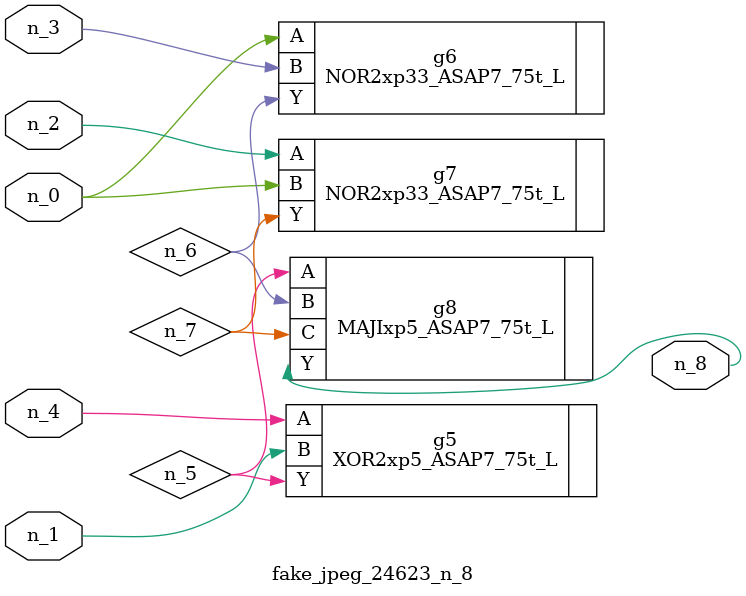
<source format=v>
module fake_jpeg_24623_n_8 (n_3, n_2, n_1, n_0, n_4, n_8);

input n_3;
input n_2;
input n_1;
input n_0;
input n_4;

output n_8;

wire n_6;
wire n_5;
wire n_7;

XOR2xp5_ASAP7_75t_L g5 ( 
.A(n_4),
.B(n_1),
.Y(n_5)
);

NOR2xp33_ASAP7_75t_L g6 ( 
.A(n_0),
.B(n_3),
.Y(n_6)
);

NOR2xp33_ASAP7_75t_L g7 ( 
.A(n_2),
.B(n_0),
.Y(n_7)
);

MAJIxp5_ASAP7_75t_L g8 ( 
.A(n_5),
.B(n_6),
.C(n_7),
.Y(n_8)
);


endmodule
</source>
